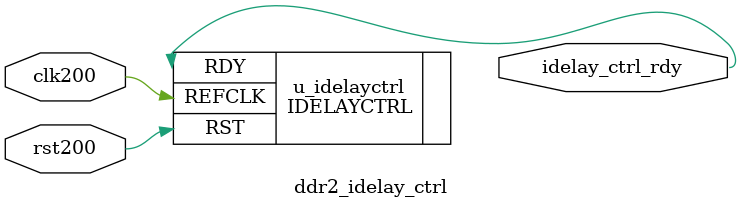
<source format=v>
`timescale 1ns / 1ps
`default_nettype none
module ddr2_idelay_ctrl #
  (
   // Following parameters are for 72-bit RDIMM design (for ML561 Reference
   // board design). Actual values may be different. Actual parameters values
   // are passed from design top module mig module. Please refer to
   // the mig module for actual values.
   parameter IODELAY_GRP = "IODELAY_MIG"
   )

  (//outputs
	idelay_ctrl_rdy,
   //inputs
   clk200, rst200);

	output idelay_ctrl_rdy;
	input clk200, rst200;
	
  (* IODELAY_GROUP = IODELAY_GRP *) IDELAYCTRL u_idelayctrl
    (
     .RDY(idelay_ctrl_rdy),
     .REFCLK(clk200),
     .RST(rst200)
     );

endmodule

</source>
